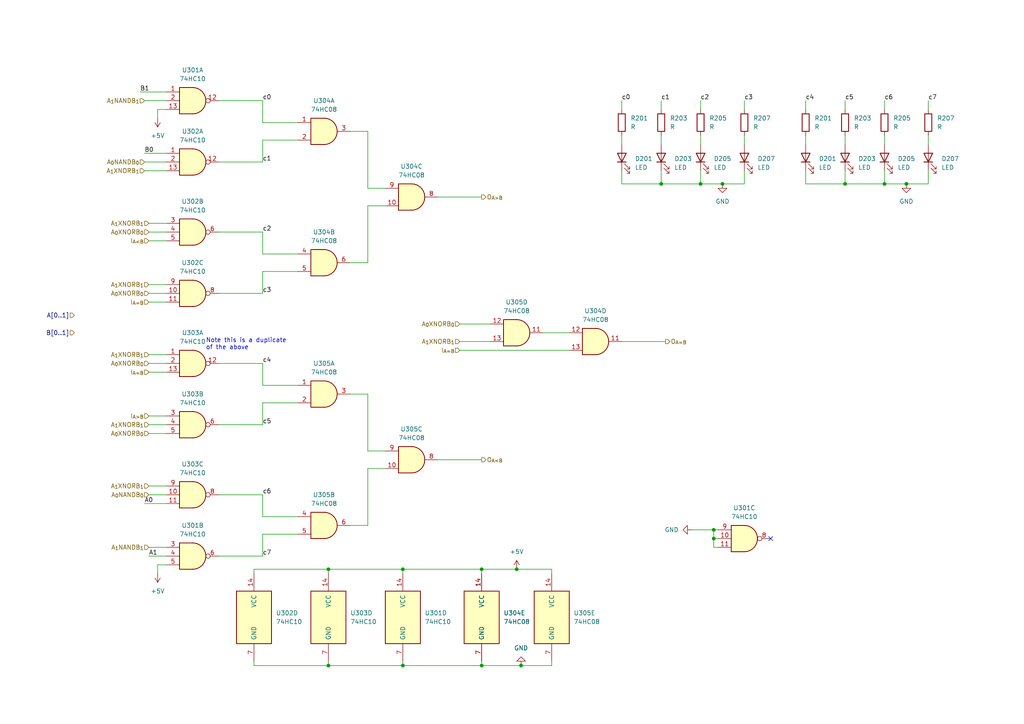
<source format=kicad_sch>
(kicad_sch (version 20230121) (generator eeschema)
  (paper "A4")
  (lib_symbols
    (symbol "74xx:74LS08" (pin_names (offset 1.016))
      (property "Reference" "U" (at 0 1.27 0))
      (property "Value" "74LS08" (at 0 -1.27 0))
      (symbol "74LS08_1_1"
        (arc (start 0 -3.81) (mid 3.7934 0) (end 0 3.81) (stroke (width 0.254)) (fill (type background)))
        (polyline (pts (xy 0 3.81) (xy -3.81 3.81) (xy -3.81 -3.81) (xy 0 -3.81)) (stroke (width 0.254)) (fill (type background)))
        (pin input line (at -7.62 2.54 0) (length 3.81) (name "~") (number "1"))
        (pin input line (at -7.62 -2.54 0) (length 3.81) (name "~") (number "2"))
        (pin output line (at 7.62 0 180) (length 3.81) (name "~") (number "3"))
      )
      (symbol "74LS08_1_2"
        (arc (start -3.81 -3.81) (mid -2.589 0) (end -3.81 3.81) (stroke (width 0.254)))
        (arc (start -0.6096 -3.81) (mid 2.1842 -2.5851) (end 3.81 0) (stroke (width 0.254)) (fill (type background)))
        (polyline (pts (xy -3.81 -3.81) (xy -0.635 -3.81)) (stroke (width 0.254)) (fill (type background)))
        (polyline (pts (xy -3.81 3.81) (xy -0.635 3.81)) (stroke (width 0.254)) (fill (type background)))
        (polyline (pts (xy -0.635 3.81) (xy -3.81 3.81) (xy -3.81 3.81) (xy -3.556 3.4036) (xy -3.0226 2.2606) (xy -2.6924 1.0414) (xy -2.6162 -0.254) (xy -2.7686 -1.4986) (xy -3.175 -2.7178) (xy -3.81 -3.81) (xy -3.81 -3.81) (xy -0.635 -3.81)) (stroke (width -25.4)) (fill (type background)))
        (arc (start 3.81 0) (mid 2.1915 2.5936) (end -0.6096 3.81) (stroke (width 0.254)) (fill (type background)))
        (pin input inverted (at -7.62 2.54 0) (length 4.318) (name "~") (number "1"))
        (pin input inverted (at -7.62 -2.54 0) (length 4.318) (name "~") (number "2"))
        (pin output inverted (at 7.62 0 180) (length 3.81) (name "~") (number "3"))
      )
      (symbol "74LS08_2_1"
        (arc (start 0 -3.81) (mid 3.7934 0) (end 0 3.81) (stroke (width 0.254)) (fill (type background)))
        (polyline (pts (xy 0 3.81) (xy -3.81 3.81) (xy -3.81 -3.81) (xy 0 -3.81)) (stroke (width 0.254)) (fill (type background)))
        (pin input line (at -7.62 2.54 0) (length 3.81) (name "~") (number "4"))
        (pin input line (at -7.62 -2.54 0) (length 3.81) (name "~") (number "5"))
        (pin output line (at 7.62 0 180) (length 3.81) (name "~") (number "6"))
      )
      (symbol "74LS08_2_2"
        (arc (start -3.81 -3.81) (mid -2.589 0) (end -3.81 3.81) (stroke (width 0.254)))
        (arc (start -0.6096 -3.81) (mid 2.1842 -2.5851) (end 3.81 0) (stroke (width 0.254)) (fill (type background)))
        (polyline (pts (xy -3.81 -3.81) (xy -0.635 -3.81)) (stroke (width 0.254)) (fill (type background)))
        (polyline (pts (xy -3.81 3.81) (xy -0.635 3.81)) (stroke (width 0.254)) (fill (type background)))
        (polyline (pts (xy -0.635 3.81) (xy -3.81 3.81) (xy -3.81 3.81) (xy -3.556 3.4036) (xy -3.0226 2.2606) (xy -2.6924 1.0414) (xy -2.6162 -0.254) (xy -2.7686 -1.4986) (xy -3.175 -2.7178) (xy -3.81 -3.81) (xy -3.81 -3.81) (xy -0.635 -3.81)) (stroke (width -25.4)) (fill (type background)))
        (arc (start 3.81 0) (mid 2.1915 2.5936) (end -0.6096 3.81) (stroke (width 0.254)) (fill (type background)))
        (pin input inverted (at -7.62 2.54 0) (length 4.318) (name "~") (number "4"))
        (pin input inverted (at -7.62 -2.54 0) (length 4.318) (name "~") (number "5"))
        (pin output inverted (at 7.62 0 180) (length 3.81) (name "~") (number "6"))
      )
      (symbol "74LS08_3_1"
        (arc (start 0 -3.81) (mid 3.7934 0) (end 0 3.81) (stroke (width 0.254)) (fill (type background)))
        (polyline (pts (xy 0 3.81) (xy -3.81 3.81) (xy -3.81 -3.81) (xy 0 -3.81)) (stroke (width 0.254)) (fill (type background)))
        (pin input line (at -7.62 -2.54 0) (length 3.81) (name "~") (number "10"))
        (pin output line (at 7.62 0 180) (length 3.81) (name "~") (number "8"))
        (pin input line (at -7.62 2.54 0) (length 3.81) (name "~") (number "9"))
      )
      (symbol "74LS08_3_2"
        (arc (start -3.81 -3.81) (mid -2.589 0) (end -3.81 3.81) (stroke (width 0.254)))
        (arc (start -0.6096 -3.81) (mid 2.1842 -2.5851) (end 3.81 0) (stroke (width 0.254)) (fill (type background)))
        (polyline (pts (xy -3.81 -3.81) (xy -0.635 -3.81)) (stroke (width 0.254)) (fill (type background)))
        (polyline (pts (xy -3.81 3.81) (xy -0.635 3.81)) (stroke (width 0.254)) (fill (type background)))
        (polyline (pts (xy -0.635 3.81) (xy -3.81 3.81) (xy -3.81 3.81) (xy -3.556 3.4036) (xy -3.0226 2.2606) (xy -2.6924 1.0414) (xy -2.6162 -0.254) (xy -2.7686 -1.4986) (xy -3.175 -2.7178) (xy -3.81 -3.81) (xy -3.81 -3.81) (xy -0.635 -3.81)) (stroke (width -25.4)) (fill (type background)))
        (arc (start 3.81 0) (mid 2.1915 2.5936) (end -0.6096 3.81) (stroke (width 0.254)) (fill (type background)))
        (pin input inverted (at -7.62 -2.54 0) (length 4.318) (name "~") (number "10"))
        (pin output inverted (at 7.62 0 180) (length 3.81) (name "~") (number "8"))
        (pin input inverted (at -7.62 2.54 0) (length 4.318) (name "~") (number "9"))
      )
      (symbol "74LS08_4_1"
        (arc (start 0 -3.81) (mid 3.7934 0) (end 0 3.81) (stroke (width 0.254)) (fill (type background)))
        (polyline (pts (xy 0 3.81) (xy -3.81 3.81) (xy -3.81 -3.81) (xy 0 -3.81)) (stroke (width 0.254)) (fill (type background)))
        (pin output line (at 7.62 0 180) (length 3.81) (name "~") (number "11"))
        (pin input line (at -7.62 2.54 0) (length 3.81) (name "~") (number "12"))
        (pin input line (at -7.62 -2.54 0) (length 3.81) (name "~") (number "13"))
      )
      (symbol "74LS08_4_2"
        (arc (start -3.81 -3.81) (mid -2.589 0) (end -3.81 3.81) (stroke (width 0.254)))
        (arc (start -0.6096 -3.81) (mid 2.1842 -2.5851) (end 3.81 0) (stroke (width 0.254)) (fill (type background)))
        (polyline (pts (xy -3.81 -3.81) (xy -0.635 -3.81)) (stroke (width 0.254)) (fill (type background)))
        (polyline (pts (xy -3.81 3.81) (xy -0.635 3.81)) (stroke (width 0.254)) (fill (type background)))
        (polyline (pts (xy -0.635 3.81) (xy -3.81 3.81) (xy -3.81 3.81) (xy -3.556 3.4036) (xy -3.0226 2.2606) (xy -2.6924 1.0414) (xy -2.6162 -0.254) (xy -2.7686 -1.4986) (xy -3.175 -2.7178) (xy -3.81 -3.81) (xy -3.81 -3.81) (xy -0.635 -3.81)) (stroke (width -25.4)) (fill (type background)))
        (arc (start 3.81 0) (mid 2.1915 2.5936) (end -0.6096 3.81) (stroke (width 0.254)) (fill (type background)))
        (pin output inverted (at 7.62 0 180) (length 3.81) (name "~") (number "11"))
        (pin input inverted (at -7.62 2.54 0) (length 4.318) (name "~") (number "12"))
        (pin input inverted (at -7.62 -2.54 0) (length 4.318) (name "~") (number "13"))
      )
      (symbol "74LS08_5_0"
        (pin power_in line (at 0 12.7 270) (length 5.08) (name "VCC") (number "14"))
        (pin power_in line (at 0 -12.7 90) (length 5.08) (name "GND") (number "7"))
      )
      (symbol "74LS08_5_1"
        (rectangle (start -5.08 7.62) (end 5.08 -7.62) (stroke (width 0.254)) (fill (type background)))
      )
    )
    (symbol "74xx:74LS10" (pin_names (offset 1.016))
      (property "Reference" "U" (at 0 1.27 0))
      (property "Value" "74LS10" (at 0 -1.27 0))
      (symbol "74LS10_1_1"
        (arc (start 0 -3.81) (mid 3.7934 0) (end 0 3.81) (stroke (width 0.254)) (fill (type background)))
        (polyline (pts (xy 0 3.81) (xy -3.81 3.81) (xy -3.81 -3.81) (xy 0 -3.81)) (stroke (width 0.254)) (fill (type background)))
        (pin input line (at -7.62 2.54 0) (length 3.81) (name "~") (number "1"))
        (pin output inverted (at 7.62 0 180) (length 3.81) (name "~") (number "12"))
        (pin input line (at -7.62 -2.54 0) (length 3.81) (name "~") (number "13"))
        (pin input line (at -7.62 0 0) (length 3.81) (name "~") (number "2"))
      )
      (symbol "74LS10_1_2"
        (arc (start -3.81 -3.81) (mid -2.589 0) (end -3.81 3.81) (stroke (width 0.254)))
        (arc (start -0.6096 -3.81) (mid 2.1842 -2.5851) (end 3.81 0) (stroke (width 0.254)) (fill (type background)))
        (polyline (pts (xy -3.81 -3.81) (xy -0.635 -3.81)) (stroke (width 0.254)) (fill (type background)))
        (polyline (pts (xy -3.81 3.81) (xy -0.635 3.81)) (stroke (width 0.254)) (fill (type background)))
        (polyline (pts (xy -0.635 3.81) (xy -3.81 3.81) (xy -3.81 3.81) (xy -3.556 3.4036) (xy -3.0226 2.2606) (xy -2.6924 1.0414) (xy -2.6162 -0.254) (xy -2.7686 -1.4986) (xy -3.175 -2.7178) (xy -3.81 -3.81) (xy -3.81 -3.81) (xy -0.635 -3.81)) (stroke (width -25.4)) (fill (type background)))
        (arc (start 3.81 0) (mid 2.1915 2.5936) (end -0.6096 3.81) (stroke (width 0.254)) (fill (type background)))
        (pin input inverted (at -7.62 2.54 0) (length 4.318) (name "~") (number "1"))
        (pin output line (at 7.62 0 180) (length 3.81) (name "~") (number "12"))
        (pin input inverted (at -7.62 -2.54 0) (length 4.318) (name "~") (number "13"))
        (pin input inverted (at -7.62 0 0) (length 4.953) (name "~") (number "2"))
      )
      (symbol "74LS10_2_1"
        (arc (start 0 -3.81) (mid 3.7934 0) (end 0 3.81) (stroke (width 0.254)) (fill (type background)))
        (polyline (pts (xy 0 3.81) (xy -3.81 3.81) (xy -3.81 -3.81) (xy 0 -3.81)) (stroke (width 0.254)) (fill (type background)))
        (pin input line (at -7.62 2.54 0) (length 3.81) (name "~") (number "3"))
        (pin input line (at -7.62 0 0) (length 3.81) (name "~") (number "4"))
        (pin input line (at -7.62 -2.54 0) (length 3.81) (name "~") (number "5"))
        (pin output inverted (at 7.62 0 180) (length 3.81) (name "~") (number "6"))
      )
      (symbol "74LS10_2_2"
        (arc (start -3.81 -3.81) (mid -2.589 0) (end -3.81 3.81) (stroke (width 0.254)))
        (arc (start -0.6096 -3.81) (mid 2.1842 -2.5851) (end 3.81 0) (stroke (width 0.254)) (fill (type background)))
        (polyline (pts (xy -3.81 -3.81) (xy -0.635 -3.81)) (stroke (width 0.254)) (fill (type background)))
        (polyline (pts (xy -3.81 3.81) (xy -0.635 3.81)) (stroke (width 0.254)) (fill (type background)))
        (polyline (pts (xy -0.635 3.81) (xy -3.81 3.81) (xy -3.81 3.81) (xy -3.556 3.4036) (xy -3.0226 2.2606) (xy -2.6924 1.0414) (xy -2.6162 -0.254) (xy -2.7686 -1.4986) (xy -3.175 -2.7178) (xy -3.81 -3.81) (xy -3.81 -3.81) (xy -0.635 -3.81)) (stroke (width -25.4)) (fill (type background)))
        (arc (start 3.81 0) (mid 2.1915 2.5936) (end -0.6096 3.81) (stroke (width 0.254)) (fill (type background)))
        (pin input inverted (at -7.62 2.54 0) (length 4.318) (name "~") (number "3"))
        (pin input inverted (at -7.62 0 0) (length 4.953) (name "~") (number "4"))
        (pin input inverted (at -7.62 -2.54 0) (length 4.318) (name "~") (number "5"))
        (pin output line (at 7.62 0 180) (length 3.81) (name "~") (number "6"))
      )
      (symbol "74LS10_3_1"
        (arc (start 0 -3.81) (mid 3.7934 0) (end 0 3.81) (stroke (width 0.254)) (fill (type background)))
        (polyline (pts (xy 0 3.81) (xy -3.81 3.81) (xy -3.81 -3.81) (xy 0 -3.81)) (stroke (width 0.254)) (fill (type background)))
        (pin input line (at -7.62 0 0) (length 3.81) (name "~") (number "10"))
        (pin input line (at -7.62 -2.54 0) (length 3.81) (name "~") (number "11"))
        (pin output inverted (at 7.62 0 180) (length 3.81) (name "~") (number "8"))
        (pin input line (at -7.62 2.54 0) (length 3.81) (name "~") (number "9"))
      )
      (symbol "74LS10_3_2"
        (arc (start -3.81 -3.81) (mid -2.589 0) (end -3.81 3.81) (stroke (width 0.254)))
        (arc (start -0.6096 -3.81) (mid 2.1842 -2.5851) (end 3.81 0) (stroke (width 0.254)) (fill (type background)))
        (polyline (pts (xy -3.81 -3.81) (xy -0.635 -3.81)) (stroke (width 0.254)) (fill (type background)))
        (polyline (pts (xy -3.81 3.81) (xy -0.635 3.81)) (stroke (width 0.254)) (fill (type background)))
        (polyline (pts (xy -0.635 3.81) (xy -3.81 3.81) (xy -3.81 3.81) (xy -3.556 3.4036) (xy -3.0226 2.2606) (xy -2.6924 1.0414) (xy -2.6162 -0.254) (xy -2.7686 -1.4986) (xy -3.175 -2.7178) (xy -3.81 -3.81) (xy -3.81 -3.81) (xy -0.635 -3.81)) (stroke (width -25.4)) (fill (type background)))
        (arc (start 3.81 0) (mid 2.1915 2.5936) (end -0.6096 3.81) (stroke (width 0.254)) (fill (type background)))
        (pin input inverted (at -7.62 0 0) (length 4.953) (name "~") (number "10"))
        (pin input inverted (at -7.62 -2.54 0) (length 4.318) (name "~") (number "11"))
        (pin output line (at 7.62 0 180) (length 3.81) (name "~") (number "8"))
        (pin input inverted (at -7.62 2.54 0) (length 4.318) (name "~") (number "9"))
      )
      (symbol "74LS10_4_0"
        (pin power_in line (at 0 12.7 270) (length 5.08) (name "VCC") (number "14"))
        (pin power_in line (at 0 -12.7 90) (length 5.08) (name "GND") (number "7"))
      )
      (symbol "74LS10_4_1"
        (rectangle (start -5.08 7.62) (end 5.08 -7.62) (stroke (width 0.254)) (fill (type background)))
      )
    )
    (symbol "Device:LED" (pin_numbers hide) (pin_names (offset 1.016) hide)
      (property "Reference" "D" (at 0 2.54 0))
      (property "Value" "LED" (at 0 -2.54 0))
      (symbol "LED_0_1"
        (polyline (pts (xy -1.27 -1.27) (xy -1.27 1.27)) (stroke (width 0.254)))
        (polyline (pts (xy -1.27 0) (xy 1.27 0)))
        (polyline (pts (xy 1.27 -1.27) (xy 1.27 1.27) (xy -1.27 0) (xy 1.27 -1.27)) (stroke (width 0.254)))
        (polyline (pts (xy -3.048 -0.762) (xy -4.572 -2.286) (xy -3.81 -2.286) (xy -4.572 -2.286) (xy -4.572 -1.524)))
        (polyline (pts (xy -1.778 -0.762) (xy -3.302 -2.286) (xy -2.54 -2.286) (xy -3.302 -2.286) (xy -3.302 -1.524)))
      )
      (symbol "LED_1_1"
        (pin passive line (at -3.81 0 0) (length 2.54) (name "K") (number "1"))
        (pin passive line (at 3.81 0 180) (length 2.54) (name "A") (number "2"))
      )
    )
    (symbol "Device:R" (pin_numbers hide) (pin_names (offset 0))
      (property "Reference" "R" (at 2.032 0 90))
      (property "Value" "R" (at 0 0 90))
      (symbol "R_0_1"
        (rectangle (start -1.016 -2.54) (end 1.016 2.54) (stroke (width 0.254)))
      )
      (symbol "R_1_1"
        (pin passive line (at 0 3.81 270) (length 1.27) (name "~") (number "1"))
        (pin passive line (at 0 -3.81 90) (length 1.27) (name "~") (number "2"))
      )
    )
    (symbol "power:+5V" (power) (pin_names (offset 0))
      (property "Value" "+5V" (at 0 3.556 0))
      (symbol "+5V_0_1"
        (polyline (pts (xy -0.762 1.27) (xy 0 2.54)))
        (polyline (pts (xy 0 0) (xy 0 2.54)))
        (polyline (pts (xy 0 2.54) (xy 0.762 1.27)))
      )
      (symbol "+5V_1_1"
        (pin power_in line (at 0 0 90) (length 0) hide (name "+5V") (number "1"))
      )
    )
    (symbol "power:GND" (power) (pin_names (offset 0))
      (property "Value" "GND" (at 0 -3.81 0))
      (symbol "GND_0_1"
        (polyline (pts (xy 0 0) (xy 0 -1.27) (xy 1.27 -1.27) (xy 0 -2.54) (xy -1.27 -1.27) (xy 0 -1.27)))
      )
      (symbol "GND_1_1"
        (pin power_in line (at 0 0 270) (length 0) hide (name "GND") (number "1"))
      )
    )
  )
  (junction (at 207.01 153.67))
  (junction (at 203.2 53.34))
  (junction (at 262.89 53.34))
  (junction (at 209.55 53.34))
  (junction (at 245.11 53.34))
  (junction (at 149.86 165.1))
  (junction (at 191.77 53.34))
  (junction (at 95.25 193.04))
  (junction (at 139.7 165.1))
  (junction (at 139.7 193.04))
  (junction (at 256.54 53.34))
  (junction (at 116.84 193.04))
  (junction (at 116.84 165.1))
  (junction (at 207.01 156.21))
  (junction (at 95.25 165.1))
  (junction (at 151.13 193.04))
  (no_connect (at 223.52 156.21))
  (wire (pts (xy 41.91 29.21) (xy 48.26 29.21)))
  (wire (pts (xy 106.68 76.2) (xy 101.6 76.2)))
  (wire (pts (xy 139.7 165.1) (xy 139.7 166.37)))
  (wire (pts (xy 101.6 114.3) (xy 106.68 114.3)))
  (wire (pts (xy 63.5 85.09) (xy 76.2 85.09)))
  (wire (pts (xy 86.36 78.74) (xy 76.2 78.74)))
  (wire (pts (xy 95.25 191.77) (xy 95.25 193.04)))
  (wire (pts (xy 116.84 165.1) (xy 116.84 166.37)))
  (wire (pts (xy 262.89 53.34) (xy 269.24 53.34)))
  (wire (pts (xy 76.2 35.56) (xy 76.2 29.21)))
  (wire (pts (xy 106.68 38.1) (xy 106.68 54.61)))
  (wire (pts (xy 43.18 102.87) (xy 48.26 102.87)))
  (wire (pts (xy 43.18 69.85) (xy 48.26 69.85)))
  (wire (pts (xy 41.91 46.99) (xy 48.26 46.99)))
  (wire (pts (xy 48.26 31.75) (xy 45.72 31.75)))
  (wire (pts (xy 86.36 35.56) (xy 76.2 35.56)))
  (wire (pts (xy 215.9 39.37) (xy 215.9 41.91)))
  (wire (pts (xy 76.2 123.19) (xy 63.5 123.19)))
  (wire (pts (xy 76.2 78.74) (xy 76.2 85.09)))
  (wire (pts (xy 149.86 165.1) (xy 160.02 165.1)))
  (wire (pts (xy 191.77 53.34) (xy 203.2 53.34)))
  (wire (pts (xy 40.64 26.67) (xy 48.26 26.67)))
  (wire (pts (xy 200.66 153.67) (xy 207.01 153.67)))
  (wire (pts (xy 245.11 53.34) (xy 256.54 53.34)))
  (wire (pts (xy 86.36 154.94) (xy 76.2 154.94)))
  (wire (pts (xy 76.2 67.31) (xy 76.2 73.66)))
  (wire (pts (xy 139.7 193.04) (xy 151.13 193.04)))
  (wire (pts (xy 139.7 191.77) (xy 139.7 193.04)))
  (wire (pts (xy 76.2 73.66) (xy 86.36 73.66)))
  (wire (pts (xy 256.54 53.34) (xy 262.89 53.34)))
  (wire (pts (xy 160.02 193.04) (xy 160.02 191.77)))
  (wire (pts (xy 43.18 105.41) (xy 48.26 105.41)))
  (wire (pts (xy 245.11 39.37) (xy 245.11 41.91)))
  (wire (pts (xy 43.18 85.09) (xy 48.26 85.09)))
  (wire (pts (xy 256.54 39.37) (xy 256.54 41.91)))
  (wire (pts (xy 76.2 161.29) (xy 63.5 161.29)))
  (wire (pts (xy 207.01 153.67) (xy 207.01 156.21)))
  (wire (pts (xy 43.18 123.19) (xy 48.26 123.19)))
  (wire (pts (xy 43.18 143.51) (xy 48.26 143.51)))
  (wire (pts (xy 215.9 29.21) (xy 215.9 31.75)))
  (wire (pts (xy 111.76 135.89) (xy 106.68 135.89)))
  (wire (pts (xy 48.26 163.83) (xy 45.72 163.83)))
  (wire (pts (xy 63.5 67.31) (xy 76.2 67.31)))
  (wire (pts (xy 127 133.35) (xy 139.7 133.35)))
  (wire (pts (xy 139.7 165.1) (xy 149.86 165.1)))
  (wire (pts (xy 191.77 49.53) (xy 191.77 53.34)))
  (wire (pts (xy 86.36 116.84) (xy 76.2 116.84)))
  (wire (pts (xy 116.84 193.04) (xy 139.7 193.04)))
  (wire (pts (xy 111.76 59.69) (xy 106.68 59.69)))
  (wire (pts (xy 76.2 46.99) (xy 63.5 46.99)))
  (wire (pts (xy 180.34 99.06) (xy 193.04 99.06)))
  (wire (pts (xy 76.2 149.86) (xy 86.36 149.86)))
  (wire (pts (xy 180.34 49.53) (xy 180.34 53.34)))
  (wire (pts (xy 191.77 29.21) (xy 191.77 31.75)))
  (wire (pts (xy 106.68 152.4) (xy 101.6 152.4)))
  (wire (pts (xy 157.48 96.52) (xy 165.1 96.52)))
  (wire (pts (xy 43.18 64.77) (xy 48.26 64.77)))
  (wire (pts (xy 245.11 49.53) (xy 245.11 53.34)))
  (wire (pts (xy 269.24 29.21) (xy 269.24 31.75)))
  (wire (pts (xy 133.35 101.6) (xy 165.1 101.6)))
  (wire (pts (xy 76.2 111.76) (xy 76.2 105.41)))
  (wire (pts (xy 245.11 29.21) (xy 245.11 31.75)))
  (wire (pts (xy 73.66 191.77) (xy 73.66 193.04)))
  (wire (pts (xy 180.34 53.34) (xy 191.77 53.34)))
  (wire (pts (xy 43.18 120.65) (xy 48.26 120.65)))
  (wire (pts (xy 45.72 31.75) (xy 45.72 34.29)))
  (wire (pts (xy 203.2 53.34) (xy 209.55 53.34)))
  (wire (pts (xy 233.68 39.37) (xy 233.68 41.91)))
  (wire (pts (xy 160.02 165.1) (xy 160.02 166.37)))
  (wire (pts (xy 106.68 114.3) (xy 106.68 130.81)))
  (wire (pts (xy 116.84 191.77) (xy 116.84 193.04)))
  (wire (pts (xy 106.68 130.81) (xy 111.76 130.81)))
  (wire (pts (xy 41.91 49.53) (xy 48.26 49.53)))
  (wire (pts (xy 43.18 158.75) (xy 48.26 158.75)))
  (wire (pts (xy 209.55 53.34) (xy 215.9 53.34)))
  (wire (pts (xy 76.2 40.64) (xy 76.2 46.99)))
  (wire (pts (xy 41.91 146.05) (xy 48.26 146.05)))
  (wire (pts (xy 43.18 161.29) (xy 48.26 161.29)))
  (wire (pts (xy 76.2 143.51) (xy 76.2 149.86)))
  (wire (pts (xy 95.25 193.04) (xy 116.84 193.04)))
  (wire (pts (xy 95.25 165.1) (xy 116.84 165.1)))
  (wire (pts (xy 45.72 163.83) (xy 45.72 166.37)))
  (wire (pts (xy 180.34 39.37) (xy 180.34 41.91)))
  (wire (pts (xy 127 57.15) (xy 139.7 57.15)))
  (wire (pts (xy 43.18 140.97) (xy 48.26 140.97)))
  (wire (pts (xy 133.35 99.06) (xy 142.24 99.06)))
  (wire (pts (xy 233.68 29.21) (xy 233.68 31.75)))
  (wire (pts (xy 269.24 39.37) (xy 269.24 41.91)))
  (wire (pts (xy 207.01 156.21) (xy 208.28 156.21)))
  (wire (pts (xy 233.68 53.34) (xy 245.11 53.34)))
  (wire (pts (xy 86.36 111.76) (xy 76.2 111.76)))
  (wire (pts (xy 86.36 40.64) (xy 76.2 40.64)))
  (wire (pts (xy 106.68 59.69) (xy 106.68 76.2)))
  (wire (pts (xy 41.91 44.45) (xy 48.26 44.45)))
  (wire (pts (xy 203.2 39.37) (xy 203.2 41.91)))
  (wire (pts (xy 43.18 82.55) (xy 48.26 82.55)))
  (wire (pts (xy 207.01 153.67) (xy 208.28 153.67)))
  (wire (pts (xy 207.01 156.21) (xy 207.01 158.75)))
  (wire (pts (xy 73.66 193.04) (xy 95.25 193.04)))
  (wire (pts (xy 191.77 39.37) (xy 191.77 41.91)))
  (wire (pts (xy 95.25 165.1) (xy 95.25 166.37)))
  (wire (pts (xy 256.54 29.21) (xy 256.54 31.75)))
  (wire (pts (xy 208.28 158.75) (xy 207.01 158.75)))
  (wire (pts (xy 43.18 87.63) (xy 48.26 87.63)))
  (wire (pts (xy 116.84 165.1) (xy 139.7 165.1)))
  (wire (pts (xy 101.6 38.1) (xy 106.68 38.1)))
  (wire (pts (xy 269.24 53.34) (xy 269.24 49.53)))
  (wire (pts (xy 73.66 165.1) (xy 95.25 165.1)))
  (wire (pts (xy 180.34 29.21) (xy 180.34 31.75)))
  (wire (pts (xy 43.18 125.73) (xy 48.26 125.73)))
  (wire (pts (xy 63.5 143.51) (xy 76.2 143.51)))
  (wire (pts (xy 203.2 49.53) (xy 203.2 53.34)))
  (wire (pts (xy 76.2 105.41) (xy 63.5 105.41)))
  (wire (pts (xy 73.66 166.37) (xy 73.66 165.1)))
  (wire (pts (xy 106.68 135.89) (xy 106.68 152.4)))
  (wire (pts (xy 256.54 49.53) (xy 256.54 53.34)))
  (wire (pts (xy 215.9 53.34) (xy 215.9 49.53)))
  (wire (pts (xy 43.18 67.31) (xy 48.26 67.31)))
  (wire (pts (xy 106.68 54.61) (xy 111.76 54.61)))
  (wire (pts (xy 203.2 29.21) (xy 203.2 31.75)))
  (wire (pts (xy 233.68 49.53) (xy 233.68 53.34)))
  (wire (pts (xy 76.2 116.84) (xy 76.2 123.19)))
  (wire (pts (xy 43.18 107.95) (xy 48.26 107.95)))
  (wire (pts (xy 76.2 154.94) (xy 76.2 161.29)))
  (wire (pts (xy 151.13 193.04) (xy 160.02 193.04)))
  (wire (pts (xy 133.35 93.98) (xy 142.24 93.98)))
  (wire (pts (xy 76.2 29.21) (xy 63.5 29.21)))
  (text "Note this is a duplicate\nof the above" (at 59.69 101.6 0) (effects (font (size 1.27 1.27)) (justify left bottom)))
  (label "c1" (at 76.2 46.99 0))
  (label "c7" (at 76.2 161.29 0))
  (label "c3" (at 76.2 85.09 0))
  (label "c5" (at 76.2 123.19 0))
  (label "B1" (at 40.64 26.67 0))
  (label "c0" (at 180.34 29.21 0))
  (label "B0" (at 41.91 44.45 0))
  (label "c6" (at 76.2 143.51 0))
  (label "A1" (at 43.18 161.29 0))
  (label "c4" (at 76.2 105.41 0))
  (label "c6" (at 256.54 29.21 0))
  (label "c0" (at 76.2 29.21 0))
  (label "A0" (at 41.91 146.05 0))
  (label "c5" (at 245.11 29.21 0))
  (label "c2" (at 76.2 67.31 0))
  (label "c3" (at 215.9 29.21 0))
  (label "c4" (at 233.68 29.21 0))
  (label "c1" (at 191.77 29.21 0))
  (label "c7" (at 269.24 29.21 0))
  (label "c2" (at 203.2 29.21 0))
  (hierarchical_label "O_{A<B}" (shape output) (at 139.7 133.35 0))
  (hierarchical_label "A_{0}XNORB_{0}" (shape input) (at 43.18 67.31 180))
  (hierarchical_label "I_{A=B}" (shape input) (at 43.18 87.63 180))
  (hierarchical_label "A_{1}XNORB_{1}" (shape input) (at 43.18 64.77 180))
  (hierarchical_label "A_{0}XNORB_{0}" (shape input) (at 43.18 125.73 180))
  (hierarchical_label "A_{0}NANDB_{0}" (shape input) (at 43.18 143.51 180))
  (hierarchical_label "I_{A<B}" (shape input) (at 43.18 69.85 180))
  (hierarchical_label "A_{0}XNORB_{0}" (shape input) (at 133.35 93.98 180))
  (hierarchical_label "O_{A>B}" (shape output) (at 139.7 57.15 0))
  (hierarchical_label "O_{A=B}" (shape output) (at 193.04 99.06 0))
  (hierarchical_label "A_{1}NANDB_{1}" (shape input) (at 43.18 158.75 180))
  (hierarchical_label "I_{A>B}" (shape input) (at 43.18 120.65 180))
  (hierarchical_label "A_{1}XNORB_{1}" (shape input) (at 43.18 82.55 180))
  (hierarchical_label "A_{1}XNORB_{1}" (shape input) (at 133.35 99.06 180))
  (hierarchical_label "B[0..1]" (shape input) (at 21.59 96.52 180))
  (hierarchical_label "A_{1}XNORB_{1}" (shape input) (at 43.18 102.87 180))
  (hierarchical_label "A_{1}NANDB_{1}" (shape input) (at 41.91 29.21 180))
  (hierarchical_label "A_{1}XNORB_{1}" (shape input) (at 41.91 49.53 180))
  (hierarchical_label "A_{0}XNORB_{0}" (shape input) (at 43.18 85.09 180))
  (hierarchical_label "I_{A=B}" (shape input) (at 133.35 101.6 180))
  (hierarchical_label "A[0..1]" (shape input) (at 21.59 91.44 180))
  (hierarchical_label "A_{0}NANDB_{0}" (shape input) (at 41.91 46.99 180))
  (hierarchical_label "A_{1}XNORB_{1}" (shape input) (at 43.18 140.97 180))
  (hierarchical_label "I_{A=B}" (shape input) (at 43.18 107.95 180))
  (hierarchical_label "A_{1}XNORB_{1}" (shape input) (at 43.18 123.19 180))
  (hierarchical_label "A_{0}XNORB_{0}" (shape input) (at 43.18 105.41 180))
  (symbol (lib_id "Device:LED") (at 191.77 45.72 90) (unit 1)
    (property "Reference" "D203" (at 195.58 46.0375 90) (effects (justify right)))
    (property "Value" "LED" (at 195.58 48.5775 90) (effects (justify right)))
    (property "Footprint" "LED_THT:LED_D3.0mm" (effects hide))
    (instances (project "Two Bit Comparator" (path "" (reference "D203") (unit 1)) (path "" (reference "D302") (unit 1))))
  )
  (symbol (lib_id "74xx:74LS10") (at 55.88 85.09 0) (unit 3)
    (property "Reference" "U302" (at 55.8717 76.2 0))
    (property "Value" "74HC10" (at 55.8717 78.74 0))
    (property "Footprint" "Package_DIP:DIP-14_W7.62mm_Socket" (effects hide))
    (property "Datasheet" "http://www.ti.com/lit/gpn/sn74HC10" (effects hide))
  )
  (symbol (lib_id "74xx:74LS08") (at 93.98 152.4 0) (unit 2)
    (property "Reference" "U305" (at 93.9717 143.51 0))
    (property "Value" "74HC08" (at 93.9717 146.05 0))
    (property "Footprint" "Package_DIP:DIP-14_W7.62mm_Socket" (effects hide))
    (property "Datasheet" "http://www.ti.com/lit/gpn/sn74HC08" (effects hide))
  )
  (symbol (lib_id "74xx:74LS10") (at 95.25 179.07 0) (unit 4)
    (property "Reference" "U303" (at 101.6 177.8 0) (effects (justify left)))
    (property "Value" "74HC10" (at 101.6 180.34 0) (effects (justify left)))
    (property "Footprint" "Package_DIP:DIP-14_W7.62mm_Socket" (effects hide))
    (property "Datasheet" "http://www.ti.com/lit/gpn/sn74HC10" (effects hide))
  )
  (symbol (lib_id "74xx:74LS08") (at 93.98 76.2 0) (unit 2)
    (property "Reference" "U304" (at 93.9717 67.31 0))
    (property "Value" "74HC08" (at 93.9717 69.85 0))
    (property "Footprint" "Package_DIP:DIP-14_W7.62mm_Socket" (effects hide))
    (property "Datasheet" "http://www.ti.com/lit/gpn/sn74HC08" (effects hide))
  )
  (symbol (lib_id "Device:LED") (at 245.11 45.72 90) (unit 1)
    (property "Reference" "D203" (at 248.92 46.0375 90) (effects (justify right)))
    (property "Value" "LED" (at 248.92 48.5775 90) (effects (justify right)))
    (property "Footprint" "LED_THT:LED_D3.0mm" (effects hide))
    (instances (project "Two Bit Comparator" (path "" (reference "D203") (unit 1)) (path "" (reference "D306") (unit 1))))
  )
  (symbol (lib_id "74xx:74LS08") (at 149.86 96.52 0) (unit 4)
    (property "Reference" "U305" (at 149.8517 87.63 0))
    (property "Value" "74HC08" (at 149.8517 90.17 0))
    (property "Footprint" "Package_DIP:DIP-14_W7.62mm_Socket" (effects hide))
    (property "Datasheet" "http://www.ti.com/lit/gpn/sn74HC08" (effects hide))
  )
  (symbol (lib_id "74xx:74LS10") (at 55.88 105.41 0) (unit 1)
    (property "Reference" "U303" (at 55.8717 96.52 0))
    (property "Value" "74HC10" (at 55.8717 99.06 0))
    (property "Footprint" "Package_DIP:DIP-14_W7.62mm_Socket" (effects hide))
    (property "Datasheet" "http://www.ti.com/lit/gpn/sn74HC10" (effects hide))
  )
  (symbol (lib_id "Device:LED") (at 256.54 45.72 90) (unit 1)
    (property "Reference" "D205" (at 260.35 46.0375 90) (effects (justify right)))
    (property "Value" "LED" (at 260.35 48.5775 90) (effects (justify right)))
    (property "Footprint" "LED_THT:LED_D3.0mm" (effects hide))
    (instances (project "Two Bit Comparator" (path "" (reference "D205") (unit 1)) (path "" (reference "D307") (unit 1))))
  )
  (symbol (lib_id "74xx:74LS08") (at 93.98 114.3 0) (unit 1)
    (property "Reference" "U305" (at 93.9717 105.41 0))
    (property "Value" "74HC08" (at 93.9717 107.95 0))
    (property "Footprint" "Package_DIP:DIP-14_W7.62mm_Socket" (effects hide))
    (property "Datasheet" "http://www.ti.com/lit/gpn/sn74HC08" (effects hide))
  )
  (symbol (lib_id "Device:R") (at 269.24 35.56 0) (unit 1)
    (property "Reference" "R207" (at 271.78 34.29 0) (effects (justify left)))
    (property "Value" "R" (at 271.78 36.83 0) (effects (justify left)))
    (property "Footprint" "Resistor_THT:R_Axial_DIN0207_L6.3mm_D2.5mm_P7.62mm_Horizontal" (effects hide))
    (instances (project "Two Bit Comparator" (path "" (reference "R207") (unit 1)) (path "" (reference "R308") (unit 1))))
  )
  (symbol (lib_id "power:+5V") (at 149.86 165.1 0) (unit 1)
    (property "Reference" "#PWR0303" (effects hide))
    (property "Value" "+5V" (at 149.86 160.02 0))
  )
  (symbol (lib_id "Device:R") (at 191.77 35.56 0) (unit 1)
    (property "Reference" "R203" (at 194.31 34.29 0) (effects (justify left)))
    (property "Value" "R" (at 194.31 36.83 0) (effects (justify left)))
    (property "Footprint" "Resistor_THT:R_Axial_DIN0207_L6.3mm_D2.5mm_P7.62mm_Horizontal" (effects hide))
    (instances (project "Two Bit Comparator" (path "" (reference "R203") (unit 1)) (path "" (reference "R302") (unit 1))))
  )
  (symbol (lib_id "74xx:74LS10") (at 55.88 123.19 0) (unit 2)
    (property "Reference" "U303" (at 55.8717 114.3 0))
    (property "Value" "74HC10" (at 55.8717 116.84 0))
    (property "Footprint" "Package_DIP:DIP-14_W7.62mm_Socket" (effects hide))
    (property "Datasheet" "http://www.ti.com/lit/gpn/sn74HC10" (effects hide))
  )
  (symbol (lib_id "74xx:74LS08") (at 160.02 179.07 0) (unit 5)
    (property "Reference" "U305" (at 166.37 177.8 0) (effects (justify left)))
    (property "Value" "74HC08" (at 166.37 180.34 0) (effects (justify left)))
    (property "Footprint" "Package_DIP:DIP-14_W7.62mm_Socket" (effects hide))
    (property "Datasheet" "http://www.ti.com/lit/gpn/sn74HC08" (effects hide))
  )
  (symbol (lib_id "Device:LED") (at 233.68 45.72 90) (unit 1)
    (property "Reference" "D201" (at 237.49 46.0375 90) (effects (justify right)))
    (property "Value" "LED" (at 237.49 48.5775 90) (effects (justify right)))
    (property "Footprint" "LED_THT:LED_D3.0mm" (effects hide))
    (instances (project "Two Bit Comparator" (path "" (reference "D201") (unit 1)) (path "" (reference "D305") (unit 1))))
  )
  (symbol (lib_id "Device:R") (at 180.34 35.56 0) (unit 1)
    (property "Reference" "R201" (at 182.88 34.29 0) (effects (justify left)))
    (property "Value" "R" (at 182.88 36.83 0) (effects (justify left)))
    (property "Footprint" "Resistor_THT:R_Axial_DIN0207_L6.3mm_D2.5mm_P7.62mm_Horizontal" (effects hide))
    (instances (project "Two Bit Comparator" (path "" (reference "R201") (unit 1)) (path "" (reference "R301") (unit 1))))
  )
  (symbol (lib_id "power:GND") (at 209.55 53.34 0) (unit 1)
    (property "Reference" "#PWR0206" (effects hide))
    (property "Value" "GND" (at 209.55 58.42 0))
    (instances (project "Two Bit Comparator" (path "" (reference "#PWR0206") (unit 1)) (path "" (reference "#PWR0306") (unit 1))))
  )
  (symbol (lib_id "Device:R") (at 256.54 35.56 0) (unit 1)
    (property "Reference" "R205" (at 259.08 34.29 0) (effects (justify left)))
    (property "Value" "R" (at 259.08 36.83 0) (effects (justify left)))
    (property "Footprint" "Resistor_THT:R_Axial_DIN0207_L6.3mm_D2.5mm_P7.62mm_Horizontal" (effects hide))
    (instances (project "Two Bit Comparator" (path "" (reference "R205") (unit 1)) (path "" (reference "R307") (unit 1))))
  )
  (symbol (lib_id "power:GND") (at 262.89 53.34 0) (unit 1)
    (property "Reference" "#PWR0206" (effects hide))
    (property "Value" "GND" (at 262.89 58.42 0))
    (instances (project "Two Bit Comparator" (path "" (reference "#PWR0206") (unit 1)) (path "" (reference "#PWR0307") (unit 1))))
  )
  (symbol (lib_id "Device:R") (at 215.9 35.56 0) (unit 1)
    (property "Reference" "R207" (at 218.44 34.29 0) (effects (justify left)))
    (property "Value" "R" (at 218.44 36.83 0) (effects (justify left)))
    (property "Footprint" "Resistor_THT:R_Axial_DIN0207_L6.3mm_D2.5mm_P7.62mm_Horizontal" (effects hide))
    (instances (project "Two Bit Comparator" (path "" (reference "R207") (unit 1)) (path "" (reference "R304") (unit 1))))
  )
  (symbol (lib_id "74xx:74LS08") (at 93.98 38.1 0) (unit 1)
    (property "Reference" "U304" (at 93.9717 29.21 0))
    (property "Value" "74HC08" (at 93.9717 31.75 0))
    (property "Footprint" "Package_DIP:DIP-14_W7.62mm_Socket" (effects hide))
    (property "Datasheet" "http://www.ti.com/lit/gpn/sn74HC08" (effects hide))
  )
  (symbol (lib_id "74xx:74LS08") (at 172.72 99.06 0) (unit 4)
    (property "Reference" "U304" (at 172.7117 90.17 0))
    (property "Value" "74HC08" (at 172.7117 92.71 0))
    (property "Footprint" "Package_DIP:DIP-14_W7.62mm_Socket" (effects hide))
    (property "Datasheet" "http://www.ti.com/lit/gpn/sn74HC08" (effects hide))
  )
  (symbol (lib_id "74xx:74LS08") (at 119.38 133.35 0) (unit 3)
    (property "Reference" "U305" (at 119.3717 124.46 0))
    (property "Value" "74HC08" (at 119.3717 127 0))
    (property "Footprint" "Package_DIP:DIP-14_W7.62mm_Socket" (effects hide))
    (property "Datasheet" "http://www.ti.com/lit/gpn/sn74HC08" (effects hide))
  )
  (symbol (lib_id "74xx:74LS10") (at 55.88 29.21 0) (unit 1)
    (property "Reference" "U301" (at 55.8717 20.32 0))
    (property "Value" "74HC10" (at 55.8717 22.86 0))
    (property "Footprint" "Package_DIP:DIP-14_W7.62mm_Socket" (effects hide))
    (property "Datasheet" "http://www.ti.com/lit/gpn/sn74HC10" (effects hide))
  )
  (symbol (lib_id "Device:LED") (at 215.9 45.72 90) (unit 1)
    (property "Reference" "D207" (at 219.71 46.0375 90) (effects (justify right)))
    (property "Value" "LED" (at 219.71 48.5775 90) (effects (justify right)))
    (property "Footprint" "LED_THT:LED_D3.0mm" (effects hide))
    (instances (project "Two Bit Comparator" (path "" (reference "D207") (unit 1)) (path "" (reference "D304") (unit 1))))
  )
  (symbol (lib_id "Device:R") (at 233.68 35.56 0) (unit 1)
    (property "Reference" "R201" (at 236.22 34.29 0) (effects (justify left)))
    (property "Value" "R" (at 236.22 36.83 0) (effects (justify left)))
    (property "Footprint" "Resistor_THT:R_Axial_DIN0207_L6.3mm_D2.5mm_P7.62mm_Horizontal" (effects hide))
    (instances (project "Two Bit Comparator" (path "" (reference "R201") (unit 1)) (path "" (reference "R305") (unit 1))))
  )
  (symbol (lib_id "Device:LED") (at 180.34 45.72 90) (unit 1)
    (property "Reference" "D201" (at 184.15 46.0375 90) (effects (justify right)))
    (property "Value" "LED" (at 184.15 48.5775 90) (effects (justify right)))
    (property "Footprint" "LED_THT:LED_D3.0mm" (effects hide))
    (instances (project "Two Bit Comparator" (path "" (reference "D201") (unit 1)) (path "" (reference "D301") (unit 1))))
  )
  (symbol (lib_id "Device:LED") (at 269.24 45.72 90) (unit 1)
    (property "Reference" "D207" (at 273.05 46.0375 90) (effects (justify right)))
    (property "Value" "LED" (at 273.05 48.5775 90) (effects (justify right)))
    (property "Footprint" "LED_THT:LED_D3.0mm" (effects hide))
    (instances (project "Two Bit Comparator" (path "" (reference "D207") (unit 1)) (path "" (reference "D308") (unit 1))))
  )
  (symbol (lib_id "power:GND") (at 151.13 193.04 180) (unit 1)
    (property "Reference" "#PWR0304" (effects hide))
    (property "Value" "GND" (at 151.13 187.96 0))
  )
  (symbol (lib_id "74xx:74LS10") (at 55.88 161.29 0) (unit 2)
    (property "Reference" "U301" (at 55.8717 152.4 0))
    (property "Value" "74HC10" (at 55.8717 154.94 0))
    (property "Footprint" "Package_DIP:DIP-14_W7.62mm_Socket" (effects hide))
    (property "Datasheet" "http://www.ti.com/lit/gpn/sn74HC10" (effects hide))
  )
  (symbol (lib_id "power:GND") (at 200.66 153.67 270) (unit 1)
    (property "Reference" "#PWR0305" (effects hide))
    (property "Value" "GND" (at 196.85 153.67 90) (effects (justify right)))
  )
  (symbol (lib_id "power:+5V") (at 45.72 34.29 180) (unit 1)
    (property "Reference" "#PWR0301" (effects hide))
    (property "Value" "+5V" (at 45.72 39.37 0))
  )
  (symbol (lib_id "74xx:74LS10") (at 73.66 179.07 0) (unit 4)
    (property "Reference" "U302" (at 80.01 177.8 0) (effects (justify left)))
    (property "Value" "74HC10" (at 80.01 180.34 0) (effects (justify left)))
    (property "Footprint" "Package_DIP:DIP-14_W7.62mm_Socket" (effects hide))
    (property "Datasheet" "http://www.ti.com/lit/gpn/sn74HC10" (effects hide))
  )
  (symbol (lib_id "power:+5V") (at 45.72 166.37 180) (unit 1)
    (property "Reference" "#PWR0302" (effects hide))
    (property "Value" "+5V" (at 45.72 171.45 0))
  )
  (symbol (lib_id "Device:R") (at 245.11 35.56 0) (unit 1)
    (property "Reference" "R203" (at 247.65 34.29 0) (effects (justify left)))
    (property "Value" "R" (at 247.65 36.83 0) (effects (justify left)))
    (property "Footprint" "Resistor_THT:R_Axial_DIN0207_L6.3mm_D2.5mm_P7.62mm_Horizontal" (effects hide))
    (instances (project "Two Bit Comparator" (path "" (reference "R203") (unit 1)) (path "" (reference "R306") (unit 1))))
  )
  (symbol (lib_id "74xx:74LS10") (at 55.88 46.99 0) (unit 1)
    (property "Reference" "U302" (at 55.8717 38.1 0))
    (property "Value" "74HC10" (at 55.8717 40.64 0))
    (property "Footprint" "Package_DIP:DIP-14_W7.62mm_Socket" (effects hide))
    (property "Datasheet" "http://www.ti.com/lit/gpn/sn74HC10" (effects hide))
  )
  (symbol (lib_id "74xx:74LS08") (at 119.38 57.15 0) (unit 3)
    (property "Reference" "U304" (at 119.3717 48.26 0))
    (property "Value" "74HC08" (at 119.3717 50.8 0))
    (property "Footprint" "Package_DIP:DIP-14_W7.62mm_Socket" (effects hide))
    (property "Datasheet" "http://www.ti.com/lit/gpn/sn74HC08" (effects hide))
  )
  (symbol (lib_id "74xx:74LS10") (at 55.88 67.31 0) (unit 2)
    (property "Reference" "U302" (at 55.8717 58.42 0))
    (property "Value" "74HC10" (at 55.8717 60.96 0))
    (property "Footprint" "Package_DIP:DIP-14_W7.62mm_Socket" (effects hide))
    (property "Datasheet" "http://www.ti.com/lit/gpn/sn74HC10" (effects hide))
  )
  (symbol (lib_id "Device:R") (at 203.2 35.56 0) (unit 1)
    (property "Reference" "R205" (at 205.74 34.29 0) (effects (justify left)))
    (property "Value" "R" (at 205.74 36.83 0) (effects (justify left)))
    (property "Footprint" "Resistor_THT:R_Axial_DIN0207_L6.3mm_D2.5mm_P7.62mm_Horizontal" (effects hide))
    (instances (project "Two Bit Comparator" (path "" (reference "R205") (unit 1)) (path "" (reference "R303") (unit 1))))
  )
  (symbol (lib_id "74xx:74LS08") (at 139.7 179.07 0) (unit 5)
    (property "Reference" "U304" (at 146.05 177.8 0) (effects (justify left)))
    (property "Value" "74HC08" (at 146.05 180.34 0) (effects (justify left)))
    (property "Footprint" "Package_DIP:DIP-14_W7.62mm_Socket" (effects hide))
    (property "Datasheet" "http://www.ti.com/lit/gpn/sn74HC08" (effects hide))
  )
  (symbol (lib_id "Device:LED") (at 203.2 45.72 90) (unit 1)
    (property "Reference" "D205" (at 207.01 46.0375 90) (effects (justify right)))
    (property "Value" "LED" (at 207.01 48.5775 90) (effects (justify right)))
    (property "Footprint" "LED_THT:LED_D3.0mm" (effects hide))
    (instances (project "Two Bit Comparator" (path "" (reference "D205") (unit 1)) (path "" (reference "D303") (unit 1))))
  )
  (symbol (lib_id "74xx:74LS10") (at 116.84 179.07 0) (unit 4)
    (property "Reference" "U301" (at 123.19 177.8 0) (effects (justify left)))
    (property "Value" "74HC10" (at 123.19 180.34 0) (effects (justify left)))
    (property "Footprint" "Package_DIP:DIP-14_W7.62mm_Socket" (effects hide))
    (property "Datasheet" "http://www.ti.com/lit/gpn/sn74HC10" (effects hide))
  )
  (symbol (lib_id "74xx:74LS10") (at 55.88 143.51 0) (unit 3)
    (property "Reference" "U303" (at 55.8717 134.62 0))
    (property "Value" "74HC10" (at 55.8717 137.16 0))
    (property "Footprint" "Package_DIP:DIP-14_W7.62mm_Socket" (effects hide))
    (property "Datasheet" "http://www.ti.com/lit/gpn/sn74HC10" (effects hide))
  )
  (symbol (lib_id "74xx:74LS10") (at 215.9 156.21 0) (unit 3)
    (property "Reference" "U301" (at 215.8917 147.32 0))
    (property "Value" "74HC10" (at 215.8917 149.86 0))
    (property "Footprint" "Package_DIP:DIP-14_W7.62mm_Socket" (effects hide))
    (property "Datasheet" "http://www.ti.com/lit/gpn/sn74HC10" (effects hide))
  )
)
</source>
